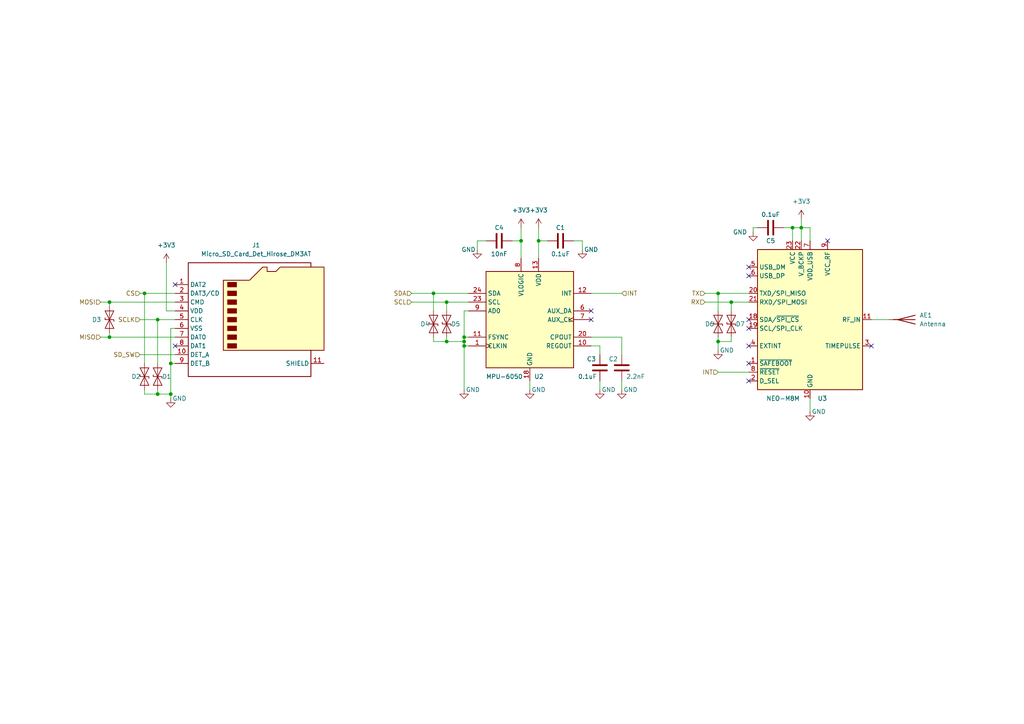
<source format=kicad_sch>
(kicad_sch (version 20230121) (generator eeschema)
  (paper "A4")
  (lib_symbols
    (symbol "Connector:Micro_SD_Card_Det_Hirose_DM3AT"
      (property "Reference" "J" (at -16.51 17.78 0))
      (property "Value" "Micro_SD_Card_Det_Hirose_DM3AT" (at 16.51 17.78 0))
      (symbol "Micro_SD_Card_Det_Hirose_DM3AT_0_1"
        (rectangle (start -7.62 -6.985) (end -5.08 -8.255) (stroke (width 0.254)) (fill (type outline)))
        (rectangle (start -7.62 -4.445) (end -5.08 -5.715) (stroke (width 0.254)) (fill (type outline)))
        (rectangle (start -7.62 -1.905) (end -5.08 -3.175) (stroke (width 0.254)) (fill (type outline)))
        (rectangle (start -7.62 0.635) (end -5.08 -0.635) (stroke (width 0.254)) (fill (type outline)))
        (rectangle (start -7.62 3.175) (end -5.08 1.905) (stroke (width 0.254)) (fill (type outline)))
        (rectangle (start -7.62 5.715) (end -5.08 4.445) (stroke (width 0.254)) (fill (type outline)))
        (rectangle (start -7.62 8.255) (end -5.08 6.985) (stroke (width 0.254)) (fill (type outline)))
        (rectangle (start -7.62 10.795) (end -5.08 9.525) (stroke (width 0.254)) (fill (type outline)))
        (polyline (pts (xy 16.51 15.24) (xy 16.51 16.51) (xy -19.05 16.51) (xy -19.05 -16.51) (xy 16.51 -16.51) (xy 16.51 -8.89)) (stroke (width 0.254)))
        (polyline (pts (xy -8.89 -8.89) (xy -8.89 11.43) (xy -1.27 11.43) (xy 2.54 15.24) (xy 3.81 15.24) (xy 3.81 13.97) (xy 6.35 13.97) (xy 7.62 15.24) (xy 20.32 15.24) (xy 20.32 -8.89) (xy -8.89 -8.89)) (stroke (width 0.254)) (fill (type background)))
      )
      (symbol "Micro_SD_Card_Det_Hirose_DM3AT_1_1"
        (pin bidirectional line (at -22.86 10.16 0) (length 3.81) (name "DAT2") (number "1"))
        (pin passive line (at -22.86 -10.16 0) (length 3.81) (name "DET_A") (number "10"))
        (pin passive line (at 20.32 -12.7 180) (length 3.81) (name "SHIELD") (number "11"))
        (pin bidirectional line (at -22.86 7.62 0) (length 3.81) (name "DAT3/CD") (number "2"))
        (pin input line (at -22.86 5.08 0) (length 3.81) (name "CMD") (number "3"))
        (pin power_in line (at -22.86 2.54 0) (length 3.81) (name "VDD") (number "4"))
        (pin input line (at -22.86 0 0) (length 3.81) (name "CLK") (number "5"))
        (pin power_in line (at -22.86 -2.54 0) (length 3.81) (name "VSS") (number "6"))
        (pin bidirectional line (at -22.86 -5.08 0) (length 3.81) (name "DAT0") (number "7"))
        (pin bidirectional line (at -22.86 -7.62 0) (length 3.81) (name "DAT1") (number "8"))
        (pin passive line (at -22.86 -12.7 0) (length 3.81) (name "DET_B") (number "9"))
      )
    )
    (symbol "Device:Antenna" (pin_numbers hide) (pin_names (offset 1.016) hide)
      (property "Reference" "AE" (at -1.905 1.905 0))
      (property "Value" "Antenna" (at -1.905 0 0))
      (symbol "Antenna_0_1"
        (polyline (pts (xy 0 2.54) (xy 0 -3.81)) (stroke (width 0.254)))
        (polyline (pts (xy 1.27 2.54) (xy 0 -2.54) (xy -1.27 2.54)) (stroke (width 0.254)))
      )
      (symbol "Antenna_1_1"
        (pin input line (at 0 -5.08 90) (length 2.54) (name "A") (number "1"))
      )
    )
    (symbol "Device:C" (pin_numbers hide) (pin_names (offset 0.254))
      (property "Reference" "C" (at 0.635 2.54 0))
      (property "Value" "C" (at 0.635 -2.54 0))
      (symbol "C_0_1"
        (polyline (pts (xy -2.032 -0.762) (xy 2.032 -0.762)) (stroke (width 0.508)))
        (polyline (pts (xy -2.032 0.762) (xy 2.032 0.762)) (stroke (width 0.508)))
      )
      (symbol "C_1_1"
        (pin passive line (at 0 3.81 270) (length 2.794) (name "~") (number "1"))
        (pin passive line (at 0 -3.81 90) (length 2.794) (name "~") (number "2"))
      )
    )
    (symbol "Diode:SD05_SOD323" (pin_numbers hide) (pin_names (offset 1.016) hide)
      (property "Reference" "D" (at 0 2.54 0))
      (property "Value" "SD05_SOD323" (at 0 -2.54 0))
      (symbol "SD05_SOD323_0_1"
        (polyline (pts (xy 1.27 0) (xy -1.27 0)))
        (polyline (pts (xy -2.54 -1.27) (xy 0 0) (xy -2.54 1.27) (xy -2.54 -1.27)) (stroke (width 0.2032)))
        (polyline (pts (xy 0.508 1.27) (xy 0 1.27) (xy 0 -1.27) (xy -0.508 -1.27)) (stroke (width 0.2032)))
        (polyline (pts (xy 2.54 1.27) (xy 2.54 -1.27) (xy 0 0) (xy 2.54 1.27)) (stroke (width 0.2032)))
      )
      (symbol "SD05_SOD323_1_1"
        (pin passive line (at -3.81 0 0) (length 2.54) (name "A1") (number "1"))
        (pin passive line (at 3.81 0 180) (length 2.54) (name "A2") (number "2"))
      )
    )
    (symbol "RF_GPS:NEO-M8M"
      (property "Reference" "U" (at -13.97 21.59 0))
      (property "Value" "NEO-M8M" (at 11.43 21.59 0))
      (symbol "NEO-M8M_0_1"
        (rectangle (start -15.24 20.32) (end 15.24 -20.32) (stroke (width 0.254)) (fill (type background)))
      )
      (symbol "NEO-M8M_1_1"
        (pin input line (at -17.78 -12.7 0) (length 2.54) (name "~{SAFEBOOT}") (number "1"))
        (pin power_in line (at 0 -22.86 90) (length 2.54) (name "GND") (number "10"))
        (pin input line (at 17.78 0 180) (length 2.54) (name "RF_IN") (number "11"))
        (pin passive line (at 0 -22.86 90) (length 2.54) hide (name "GND") (number "12"))
        (pin passive line (at 0 -22.86 90) (length 2.54) hide (name "GND") (number "13"))
        (pin no_connect line (at 15.24 -10.16 180) (length 2.54) hide (name "RESERVED") (number "14"))
        (pin no_connect line (at 15.24 -12.7 180) (length 2.54) hide (name "RESERVED") (number "15"))
        (pin no_connect line (at 15.24 -15.24 180) (length 2.54) hide (name "RESERVED") (number "16"))
        (pin no_connect line (at 15.24 -17.78 180) (length 2.54) hide (name "RESERVED") (number "17"))
        (pin bidirectional line (at -17.78 0 0) (length 2.54) (name "SDA/~{SPI_CS}") (number "18"))
        (pin input line (at -17.78 -2.54 0) (length 2.54) (name "SCL/SPI_CLK") (number "19"))
        (pin input line (at -17.78 -17.78 0) (length 2.54) (name "D_SEL") (number "2"))
        (pin output line (at -17.78 7.62 0) (length 2.54) (name "TXD/SPI_MISO") (number "20"))
        (pin input line (at -17.78 5.08 0) (length 2.54) (name "RXD/SPI_MOSI") (number "21"))
        (pin power_in line (at -2.54 22.86 270) (length 2.54) (name "V_BCKP") (number "22"))
        (pin power_in line (at -5.08 22.86 270) (length 2.54) (name "VCC") (number "23"))
        (pin passive line (at 0 -22.86 90) (length 2.54) hide (name "GND") (number "24"))
        (pin output line (at 17.78 -7.62 180) (length 2.54) (name "TIMEPULSE") (number "3"))
        (pin input line (at -17.78 -7.62 0) (length 2.54) (name "EXTINT") (number "4"))
        (pin bidirectional line (at -17.78 15.24 0) (length 2.54) (name "USB_DM") (number "5"))
        (pin bidirectional line (at -17.78 12.7 0) (length 2.54) (name "USB_DP") (number "6"))
        (pin power_in line (at 0 22.86 270) (length 2.54) (name "VDD_USB") (number "7"))
        (pin input line (at -17.78 -15.24 0) (length 2.54) (name "~{RESET}") (number "8"))
        (pin power_out line (at 5.08 22.86 270) (length 2.54) (name "VCC_RF") (number "9"))
      )
    )
    (symbol "Sensor_Motion:MPU-6050"
      (property "Reference" "U" (at -11.43 13.97 0))
      (property "Value" "MPU-6050" (at 7.62 -15.24 0))
      (symbol "MPU-6050_0_0"
        (text "" (at 12.7 -2.54 0) (effects (font (size 1.27 1.27))))
      )
      (symbol "MPU-6050_0_1"
        (rectangle (start -12.7 13.97) (end 12.7 -13.97) (stroke (width 0.254)) (fill (type background)))
      )
      (symbol "MPU-6050_1_1"
        (pin input clock (at -17.78 -7.62 0) (length 5.08) (name "CLKIN") (number "1"))
        (pin passive line (at 17.78 -7.62 180) (length 5.08) (name "REGOUT") (number "10"))
        (pin input line (at -17.78 -5.08 0) (length 5.08) (name "FSYNC") (number "11"))
        (pin output line (at 17.78 7.62 180) (length 5.08) (name "INT") (number "12"))
        (pin power_in line (at 2.54 17.78 270) (length 3.81) (name "VDD") (number "13"))
        (pin no_connect line (at -12.7 -10.16 0) (length 2.54) hide (name "NC") (number "14"))
        (pin no_connect line (at 12.7 12.7 180) (length 2.54) hide (name "NC") (number "15"))
        (pin no_connect line (at 12.7 10.16 180) (length 2.54) hide (name "NC") (number "16"))
        (pin no_connect line (at 12.7 5.08 180) (length 2.54) hide (name "NC") (number "17"))
        (pin power_in line (at 0 -17.78 90) (length 3.81) (name "GND") (number "18"))
        (pin no_connect line (at 12.7 -10.16 180) (length 2.54) hide (name "RESV") (number "19"))
        (pin no_connect line (at -12.7 12.7 0) (length 2.54) hide (name "NC") (number "2"))
        (pin passive line (at 17.78 -5.08 180) (length 5.08) (name "CPOUT") (number "20"))
        (pin no_connect line (at 12.7 -2.54 180) (length 2.54) hide (name "RESV") (number "21"))
        (pin no_connect line (at 12.7 -12.7 180) (length 2.54) hide (name "RESV") (number "22"))
        (pin input line (at -17.78 5.08 0) (length 5.08) (name "SCL") (number "23"))
        (pin bidirectional line (at -17.78 7.62 0) (length 5.08) (name "SDA") (number "24"))
        (pin no_connect line (at -12.7 10.16 0) (length 2.54) hide (name "NC") (number "3"))
        (pin no_connect line (at -12.7 0 0) (length 2.54) hide (name "NC") (number "4"))
        (pin no_connect line (at -12.7 -2.54 0) (length 2.54) hide (name "NC") (number "5"))
        (pin bidirectional line (at 17.78 2.54 180) (length 5.08) (name "AUX_DA") (number "6"))
        (pin output clock (at 17.78 0 180) (length 5.08) (name "AUX_CL") (number "7"))
        (pin power_in line (at -2.54 17.78 270) (length 3.81) (name "VLOGIC") (number "8"))
        (pin input line (at -17.78 2.54 0) (length 5.08) (name "AD0") (number "9"))
      )
    )
    (symbol "power:+3V3" (power) (pin_names (offset 0))
      (property "Value" "+3V3" (at 0 3.556 0))
      (symbol "+3V3_0_1"
        (polyline (pts (xy -0.762 1.27) (xy 0 2.54)))
        (polyline (pts (xy 0 0) (xy 0 2.54)))
        (polyline (pts (xy 0 2.54) (xy 0.762 1.27)))
      )
      (symbol "+3V3_1_1"
        (pin power_in line (at 0 0 90) (length 0) hide (name "+3V3") (number "1"))
      )
    )
    (symbol "power:GND" (power) (pin_names (offset 0))
      (property "Value" "GND" (at 0 -3.81 0))
      (symbol "GND_0_1"
        (polyline (pts (xy 0 0) (xy 0 -1.27) (xy 1.27 -1.27) (xy 0 -2.54) (xy -1.27 -1.27) (xy 0 -1.27)))
      )
      (symbol "GND_1_1"
        (pin power_in line (at 0 0 270) (length 0) hide (name "GND") (number "1"))
      )
    )
  )
  (junction (at 134.62 100.33))
  (junction (at 151.13 69.85))
  (junction (at 232.41 66.04))
  (junction (at 229.87 66.04))
  (junction (at 208.28 99.06))
  (junction (at 129.54 99.06))
  (junction (at 212.09 87.63))
  (junction (at 129.54 87.63))
  (junction (at 45.72 114.3))
  (junction (at 31.75 97.79))
  (junction (at 31.75 87.63))
  (junction (at 125.73 85.09))
  (junction (at 41.91 85.09))
  (junction (at 45.72 92.71))
  (junction (at 208.28 85.09))
  (junction (at 134.62 99.06))
  (junction (at 134.62 97.79))
  (junction (at 156.21 69.85))
  (junction (at 49.53 114.3))
  (junction (at 49.53 105.41))
  (no_connect (at 217.17 100.33))
  (no_connect (at 50.8 100.33))
  (no_connect (at 217.17 77.47))
  (no_connect (at 240.03 69.85))
  (no_connect (at 217.17 105.41))
  (no_connect (at 171.45 90.17))
  (no_connect (at 217.17 80.01))
  (no_connect (at 217.17 110.49))
  (no_connect (at 252.73 100.33))
  (no_connect (at 217.17 92.71))
  (no_connect (at 171.45 92.71))
  (no_connect (at 217.17 95.25))
  (no_connect (at 50.8 82.55))
  (wire (pts (xy 156.21 66.04) (xy 156.21 69.85)))
  (wire (pts (xy 212.09 87.63) (xy 212.09 90.17)))
  (wire (pts (xy 49.53 105.41) (xy 49.53 114.3)))
  (wire (pts (xy 40.64 92.71) (xy 45.72 92.71)))
  (wire (pts (xy 125.73 85.09) (xy 135.89 85.09)))
  (wire (pts (xy 31.75 87.63) (xy 50.8 87.63)))
  (wire (pts (xy 31.75 96.52) (xy 31.75 97.79)))
  (wire (pts (xy 148.59 69.85) (xy 151.13 69.85)))
  (wire (pts (xy 134.62 99.06) (xy 134.62 97.79)))
  (wire (pts (xy 41.91 85.09) (xy 50.8 85.09)))
  (wire (pts (xy 134.62 97.79) (xy 135.89 97.79)))
  (wire (pts (xy 45.72 113.03) (xy 45.72 114.3)))
  (wire (pts (xy 135.89 90.17) (xy 134.62 90.17)))
  (wire (pts (xy 129.54 87.63) (xy 129.54 90.17)))
  (wire (pts (xy 173.99 110.49) (xy 173.99 113.03)))
  (wire (pts (xy 119.38 87.63) (xy 129.54 87.63)))
  (wire (pts (xy 129.54 97.79) (xy 129.54 99.06)))
  (wire (pts (xy 40.64 102.87) (xy 50.8 102.87)))
  (wire (pts (xy 171.45 97.79) (xy 180.34 97.79)))
  (wire (pts (xy 252.73 92.71) (xy 257.81 92.71)))
  (wire (pts (xy 31.75 87.63) (xy 31.75 88.9)))
  (wire (pts (xy 229.87 69.85) (xy 229.87 66.04)))
  (wire (pts (xy 138.43 72.39) (xy 138.43 69.85)))
  (wire (pts (xy 180.34 85.09) (xy 171.45 85.09)))
  (wire (pts (xy 50.8 90.17) (xy 48.26 90.17)))
  (wire (pts (xy 125.73 99.06) (xy 129.54 99.06)))
  (wire (pts (xy 134.62 100.33) (xy 134.62 99.06)))
  (wire (pts (xy 212.09 87.63) (xy 217.17 87.63)))
  (wire (pts (xy 134.62 90.17) (xy 134.62 97.79)))
  (wire (pts (xy 29.21 87.63) (xy 31.75 87.63)))
  (wire (pts (xy 218.44 67.31) (xy 218.44 66.04)))
  (wire (pts (xy 41.91 113.03) (xy 41.91 114.3)))
  (wire (pts (xy 49.53 115.57) (xy 49.53 114.3)))
  (wire (pts (xy 156.21 69.85) (xy 156.21 74.93)))
  (wire (pts (xy 48.26 76.2) (xy 48.26 90.17)))
  (wire (pts (xy 45.72 92.71) (xy 50.8 92.71)))
  (wire (pts (xy 180.34 97.79) (xy 180.34 102.87)))
  (wire (pts (xy 41.91 114.3) (xy 45.72 114.3)))
  (wire (pts (xy 208.28 97.79) (xy 208.28 99.06)))
  (wire (pts (xy 134.62 113.03) (xy 134.62 100.33)))
  (wire (pts (xy 129.54 99.06) (xy 134.62 99.06)))
  (wire (pts (xy 218.44 66.04) (xy 219.71 66.04)))
  (wire (pts (xy 232.41 63.5) (xy 232.41 66.04)))
  (wire (pts (xy 232.41 66.04) (xy 232.41 69.85)))
  (wire (pts (xy 208.28 99.06) (xy 212.09 99.06)))
  (wire (pts (xy 138.43 69.85) (xy 140.97 69.85)))
  (wire (pts (xy 125.73 97.79) (xy 125.73 99.06)))
  (wire (pts (xy 212.09 97.79) (xy 212.09 99.06)))
  (wire (pts (xy 125.73 85.09) (xy 125.73 90.17)))
  (wire (pts (xy 204.47 87.63) (xy 212.09 87.63)))
  (wire (pts (xy 229.87 66.04) (xy 232.41 66.04)))
  (wire (pts (xy 41.91 85.09) (xy 41.91 105.41)))
  (wire (pts (xy 168.91 69.85) (xy 166.37 69.85)))
  (wire (pts (xy 234.95 115.57) (xy 234.95 119.38)))
  (wire (pts (xy 208.28 85.09) (xy 208.28 90.17)))
  (wire (pts (xy 208.28 85.09) (xy 217.17 85.09)))
  (wire (pts (xy 234.95 66.04) (xy 232.41 66.04)))
  (wire (pts (xy 208.28 101.6) (xy 208.28 99.06)))
  (wire (pts (xy 168.91 72.39) (xy 168.91 69.85)))
  (wire (pts (xy 234.95 69.85) (xy 234.95 66.04)))
  (wire (pts (xy 180.34 110.49) (xy 180.34 113.03)))
  (wire (pts (xy 227.33 66.04) (xy 229.87 66.04)))
  (wire (pts (xy 40.64 85.09) (xy 41.91 85.09)))
  (wire (pts (xy 119.38 85.09) (xy 125.73 85.09)))
  (wire (pts (xy 173.99 100.33) (xy 171.45 100.33)))
  (wire (pts (xy 156.21 69.85) (xy 158.75 69.85)))
  (wire (pts (xy 49.53 105.41) (xy 50.8 105.41)))
  (wire (pts (xy 151.13 69.85) (xy 151.13 74.93)))
  (wire (pts (xy 50.8 95.25) (xy 49.53 95.25)))
  (wire (pts (xy 151.13 66.04) (xy 151.13 69.85)))
  (wire (pts (xy 173.99 102.87) (xy 173.99 100.33)))
  (wire (pts (xy 153.67 110.49) (xy 153.67 113.03)))
  (wire (pts (xy 45.72 92.71) (xy 45.72 105.41)))
  (wire (pts (xy 29.21 97.79) (xy 31.75 97.79)))
  (wire (pts (xy 129.54 87.63) (xy 135.89 87.63)))
  (wire (pts (xy 204.47 85.09) (xy 208.28 85.09)))
  (wire (pts (xy 31.75 97.79) (xy 50.8 97.79)))
  (wire (pts (xy 45.72 114.3) (xy 49.53 114.3)))
  (wire (pts (xy 49.53 95.25) (xy 49.53 105.41)))
  (wire (pts (xy 208.28 107.95) (xy 217.17 107.95)))
  (wire (pts (xy 134.62 100.33) (xy 135.89 100.33)))
  (hierarchical_label "SDA" (shape input) (at 119.38 85.09 180))
  (hierarchical_label "MOSI" (shape input) (at 29.21 87.63 180))
  (hierarchical_label "INT" (shape input) (at 208.28 107.95 180))
  (hierarchical_label "MISO" (shape input) (at 29.21 97.79 180))
  (hierarchical_label "SCL" (shape input) (at 119.38 87.63 180))
  (hierarchical_label "SCLK" (shape input) (at 40.64 92.71 180))
  (hierarchical_label "TX" (shape input) (at 204.47 85.09 180))
  (hierarchical_label "CS" (shape input) (at 40.64 85.09 180))
  (hierarchical_label "RX" (shape input) (at 204.47 87.63 180))
  (hierarchical_label "SD_SW" (shape input) (at 40.64 102.87 180))
  (hierarchical_label "INT" (shape input) (at 180.34 85.09 0))
  (symbol (lib_id "power:GND") (at 134.62 113.03 0) (unit 1)
    (property "Reference" "#PWR010" (effects hide))
    (property "Value" "GND" (at 137.16 113.03 0))
    (instances (project "LED_Snowboard_V4" (path "" (reference "#PWR010") (unit 1)) (path "" (reference "#PWR017") (unit 1))))
  )
  (symbol (lib_id "Sensor_Motion:MPU-6050") (at 153.67 92.71 0) (unit 1)
    (property "Reference" "U2" (at 154.94 109.22 0) (effects (justify left)))
    (property "Value" "MPU-6050" (at 140.97 109.22 0) (effects (justify left)))
    (property "Footprint" "Sensor_Motion:InvenSense_QFN-24_4x4mm_P0.5mm" (effects hide))
    (property "Datasheet" "https://invensense.tdk.com/wp-content/uploads/2015/02/MPU-6000-Datasheet1.pdf" (effects hide))
    (instances (project "LED_Snowboard_V4" (path "" (reference "U2") (unit 1)) (path "" (reference "U4") (unit 1))))
  )
  (symbol (lib_id "power:+3V3") (at 48.26 76.2 0) (unit 1)
    (property "Reference" "#PWR01" (effects hide))
    (property "Value" "+3V3" (at 48.26 71.12 0))
    (instances (project "LED_Snowboard_V4" (path "" (reference "#PWR01") (unit 1)) (path "" (reference "#PWR015") (unit 1))))
  )
  (symbol (lib_id "power:+3V3") (at 156.21 66.04 0) (unit 1)
    (property "Reference" "#PWR05" (effects hide))
    (property "Value" "+3V3" (at 156.21 60.96 0))
    (instances (project "LED_Snowboard_V4" (path "" (reference "#PWR05") (unit 1)) (path "" (reference "#PWR021") (unit 1))))
  )
  (symbol (lib_id "power:+3V3") (at 151.13 66.04 0) (unit 1)
    (property "Reference" "#PWR07" (effects hide))
    (property "Value" "+3V3" (at 151.13 60.96 0))
    (instances (project "LED_Snowboard_V4" (path "" (reference "#PWR07") (unit 1)) (path "" (reference "#PWR019") (unit 1))))
  )
  (symbol (lib_id "power:+3V3") (at 232.41 63.5 0) (unit 1)
    (property "Reference" "#PWR011" (effects hide))
    (property "Value" "+3V3" (at 232.41 58.42 0))
    (instances (project "LED_Snowboard_V4" (path "" (reference "#PWR011") (unit 1)) (path "" (reference "#PWR027") (unit 1))))
  )
  (symbol (lib_id "Connector:Micro_SD_Card_Det_Hirose_DM3AT") (at 73.66 92.71 0) (unit 1)
    (property "Reference" "J1" (at 74.295 71.12 0))
    (property "Value" "Micro_SD_Card_Det_Hirose_DM3AT" (at 74.295 73.66 0))
    (property "Datasheet" "https://www.hirose.com/product/en/download_file/key_name/DM3/category/Catalog/doc_file_id/49662/?file_category_id=4&item_id=195&is_series=1" (effects hide))
    (instances (project "LED_Snowboard_V4" (path "" (reference "J1") (unit 1)) (path "" (reference "J2") (unit 1))))
  )
  (symbol (lib_id "power:GND") (at 180.34 113.03 0) (unit 1)
    (property "Reference" "#PWR04" (effects hide))
    (property "Value" "GND" (at 182.88 113.03 0))
    (instances (project "LED_Snowboard_V4" (path "" (reference "#PWR04") (unit 1)) (path "" (reference "#PWR024") (unit 1))))
  )
  (symbol (lib_id "Diode:SD05_SOD323") (at 41.91 109.22 90) (unit 1)
    (property "Reference" "D2" (at 38.1 109.22 90) (effects (justify right)))
    (property "Value" "SD05_SOD323" (effects hide))
    (property "Footprint" "Diode_SMD:D_SOD-323" (effects hide))
    (property "Datasheet" "https://www.littelfuse.com/~/media/electronics/datasheets/tvs_diode_arrays/littelfuse_tvs_diode_array_sd_c_datasheet.pdf.pdf" (effects hide))
    (instances (project "LED_Snowboard_V4" (path "" (reference "D2") (unit 1)) (path "" (reference "D9") (unit 1))))
  )
  (symbol (lib_id "power:GND") (at 153.67 113.03 0) (unit 1)
    (property "Reference" "#PWR09" (effects hide))
    (property "Value" "GND" (at 156.21 113.03 0))
    (instances (project "LED_Snowboard_V4" (path "" (reference "#PWR09") (unit 1)) (path "" (reference "#PWR020") (unit 1))))
  )
  (symbol (lib_id "power:GND") (at 218.44 67.31 0) (unit 1)
    (property "Reference" "#PWR014" (effects hide))
    (property "Value" "GND" (at 214.63 67.31 0))
    (instances (project "LED_Snowboard_V4" (path "" (reference "#PWR014") (unit 1)) (path "" (reference "#PWR026") (unit 1))))
  )
  (symbol (lib_id "power:GND") (at 168.91 72.39 0) (unit 1)
    (property "Reference" "#PWR06" (effects hide))
    (property "Value" "GND" (at 171.45 72.39 0))
    (instances (project "LED_Snowboard_V4" (path "" (reference "#PWR06") (unit 1)) (path "" (reference "#PWR022") (unit 1))))
  )
  (symbol (lib_id "Diode:SD05_SOD323") (at 31.75 92.71 90) (unit 1)
    (property "Reference" "D3" (at 26.67 92.71 90) (effects (justify right)))
    (property "Value" "SD05_SOD323" (effects hide))
    (property "Footprint" "Diode_SMD:D_SOD-323" (effects hide))
    (property "Datasheet" "https://www.littelfuse.com/~/media/electronics/datasheets/tvs_diode_arrays/littelfuse_tvs_diode_array_sd_c_datasheet.pdf.pdf" (effects hide))
    (instances (project "LED_Snowboard_V4" (path "" (reference "D3") (unit 1)) (path "" (reference "D8") (unit 1))))
  )
  (symbol (lib_id "Diode:SD05_SOD323") (at 129.54 93.98 90) (unit 1)
    (property "Reference" "D5" (at 130.81 93.98 90) (effects (justify right)))
    (property "Value" "SD05_SOD323" (effects hide))
    (property "Footprint" "Diode_SMD:D_SOD-323" (effects hide))
    (property "Datasheet" "https://www.littelfuse.com/~/media/electronics/datasheets/tvs_diode_arrays/littelfuse_tvs_diode_array_sd_c_datasheet.pdf.pdf" (effects hide))
    (instances (project "LED_Snowboard_V4" (path "" (reference "D5") (unit 1)) (path "" (reference "D12") (unit 1))))
  )
  (symbol (lib_id "power:GND") (at 49.53 115.57 0) (unit 1)
    (property "Reference" "#PWR02" (effects hide))
    (property "Value" "GND" (at 52.07 115.57 0))
    (instances (project "LED_Snowboard_V4" (path "" (reference "#PWR02") (unit 1)) (path "" (reference "#PWR016") (unit 1))))
  )
  (symbol (lib_id "Device:C") (at 144.78 69.85 90) (unit 1)
    (property "Reference" "C4" (at 144.78 66.04 90))
    (property "Value" "10nF" (at 144.78 73.66 90))
    (instances (project "LED_Snowboard_V4" (path "" (reference "C4") (unit 1)) (path "" (reference "C6") (unit 1))))
  )
  (symbol (lib_id "power:GND") (at 138.43 72.39 0) (mirror y) (unit 1)
    (property "Reference" "#PWR08" (effects hide))
    (property "Value" "GND" (at 135.89 72.39 0))
    (instances (project "LED_Snowboard_V4" (path "" (reference "#PWR08") (unit 1)) (path "" (reference "#PWR018") (unit 1))))
  )
  (symbol (lib_id "Device:C") (at 180.34 106.68 180) (unit 1)
    (property "Reference" "C2" (at 176.53 104.14 0) (effects (justify right)))
    (property "Value" "2.2nF" (at 181.61 109.22 0) (effects (justify right)))
    (instances (project "LED_Snowboard_V4" (path "" (reference "C2") (unit 1)) (path "" (reference "C9") (unit 1))))
  )
  (symbol (lib_id "Diode:SD05_SOD323") (at 45.72 109.22 90) (unit 1)
    (property "Reference" "D1" (at 46.99 109.22 90) (effects (justify right)))
    (property "Value" "SD05_SOD323" (effects hide))
    (property "Footprint" "Diode_SMD:D_SOD-323" (effects hide))
    (property "Datasheet" "https://www.littelfuse.com/~/media/electronics/datasheets/tvs_diode_arrays/littelfuse_tvs_diode_array_sd_c_datasheet.pdf.pdf" (effects hide))
    (instances (project "LED_Snowboard_V4" (path "" (reference "D1") (unit 1)) (path "" (reference "D10") (unit 1))))
  )
  (symbol (lib_id "Diode:SD05_SOD323") (at 208.28 93.98 90) (unit 1)
    (property "Reference" "D6" (at 204.47 93.98 90) (effects (justify right)))
    (property "Value" "SD05_SOD323" (effects hide))
    (property "Footprint" "Diode_SMD:D_SOD-323" (effects hide))
    (property "Datasheet" "https://www.littelfuse.com/~/media/electronics/datasheets/tvs_diode_arrays/littelfuse_tvs_diode_array_sd_c_datasheet.pdf.pdf" (effects hide))
    (instances (project "LED_Snowboard_V4" (path "" (reference "D6") (unit 1)) (path "" (reference "D13") (unit 1))))
  )
  (symbol (lib_id "power:GND") (at 234.95 119.38 0) (unit 1)
    (property "Reference" "#PWR012" (effects hide))
    (property "Value" "GND" (at 237.49 119.38 0))
    (instances (project "LED_Snowboard_V4" (path "" (reference "#PWR012") (unit 1)) (path "" (reference "#PWR028") (unit 1))))
  )
  (symbol (lib_id "Device:C") (at 173.99 106.68 180) (unit 1)
    (property "Reference" "C3" (at 170.18 104.14 0) (effects (justify right)))
    (property "Value" "0.1uF" (at 167.64 109.22 0) (effects (justify right)))
    (instances (project "LED_Snowboard_V4" (path "" (reference "C3") (unit 1)) (path "" (reference "C8") (unit 1))))
  )
  (symbol (lib_id "power:GND") (at 173.99 113.03 0) (unit 1)
    (property "Reference" "#PWR03" (effects hide))
    (property "Value" "GND" (at 176.53 113.03 0))
    (instances (project "LED_Snowboard_V4" (path "" (reference "#PWR03") (unit 1)) (path "" (reference "#PWR023") (unit 1))))
  )
  (symbol (lib_id "Device:Antenna") (at 262.89 92.71 270) (unit 1)
    (property "Reference" "AE1" (at 266.7 91.44 90) (effects (justify left)))
    (property "Value" "Antenna" (at 266.7 93.98 90) (effects (justify left)))
    (instances (project "LED_Snowboard_V4" (path "" (reference "AE1") (unit 1)) (path "" (reference "AE2") (unit 1))))
  )
  (symbol (lib_id "power:GND") (at 208.28 101.6 0) (unit 1)
    (property "Reference" "#PWR013" (effects hide))
    (property "Value" "GND" (at 210.82 101.6 0))
    (instances (project "LED_Snowboard_V4" (path "" (reference "#PWR013") (unit 1)) (path "" (reference "#PWR025") (unit 1))))
  )
  (symbol (lib_id "Device:C") (at 162.56 69.85 90) (unit 1)
    (property "Reference" "C1" (at 162.56 66.04 90))
    (property "Value" "0.1uF" (at 162.56 73.66 90))
    (instances (project "LED_Snowboard_V4" (path "" (reference "C1") (unit 1)) (path "" (reference "C7") (unit 1))))
  )
  (symbol (lib_id "Diode:SD05_SOD323") (at 212.09 93.98 90) (unit 1)
    (property "Reference" "D7" (at 213.36 93.98 90) (effects (justify right)))
    (property "Value" "SD05_SOD323" (effects hide))
    (property "Footprint" "Diode_SMD:D_SOD-323" (effects hide))
    (property "Datasheet" "https://www.littelfuse.com/~/media/electronics/datasheets/tvs_diode_arrays/littelfuse_tvs_diode_array_sd_c_datasheet.pdf.pdf" (effects hide))
    (instances (project "LED_Snowboard_V4" (path "" (reference "D7") (unit 1)) (path "" (reference "D14") (unit 1))))
  )
  (symbol (lib_id "Device:C") (at 223.52 66.04 270) (unit 1)
    (property "Reference" "C5" (at 223.52 69.85 90))
    (property "Value" "0.1uF" (at 223.52 62.23 90))
    (instances (project "LED_Snowboard_V4" (path "" (reference "C5") (unit 1)) (path "" (reference "C10") (unit 1))))
  )
  (symbol (lib_id "RF_GPS:NEO-M8M") (at 234.95 92.71 0) (unit 1)
    (property "Reference" "U3" (at 237.1441 115.57 0) (effects (justify left)))
    (property "Value" "NEO-M8M" (at 222.25 115.57 0) (effects (justify left)))
    (property "Footprint" "RF_GPS:ublox_NEO" (effects hide))
    (property "Datasheet" "https://content.u-blox.com/sites/default/files/NEO-M8-FW3_DataSheet_UBX-15031086.pdf" (effects hide))
    (instances (project "LED_Snowboard_V4" (path "" (reference "U3") (unit 1)) (path "" (reference "U5") (unit 1))))
  )
  (symbol (lib_id "Diode:SD05_SOD323") (at 125.73 93.98 90) (unit 1)
    (property "Reference" "D4" (at 121.92 93.98 90) (effects (justify right)))
    (property "Value" "SD05_SOD323" (effects hide))
    (property "Footprint" "Diode_SMD:D_SOD-323" (effects hide))
    (property "Datasheet" "https://www.littelfuse.com/~/media/electronics/datasheets/tvs_diode_arrays/littelfuse_tvs_diode_array_sd_c_datasheet.pdf.pdf" (effects hide))
    (instances (project "LED_Snowboard_V4" (path "" (reference "D4") (unit 1)) (path "" (reference "D11") (unit 1))))
  )
)
</source>
